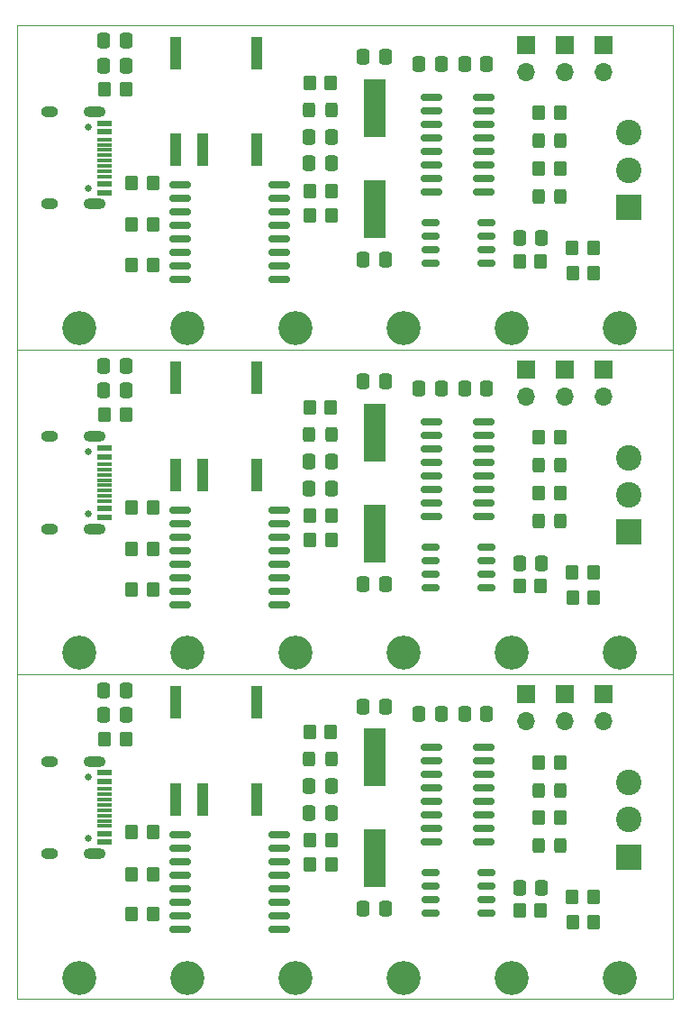
<source format=gbr>
%TF.GenerationSoftware,KiCad,Pcbnew,6.0.11-2627ca5db0~126~ubuntu20.04.1*%
%TF.CreationDate,2024-02-25T19:14:14-05:00*%
%TF.ProjectId,,58585858-5858-4585-9858-585858585858,rev?*%
%TF.SameCoordinates,Original*%
%TF.FileFunction,Soldermask,Top*%
%TF.FilePolarity,Negative*%
%FSLAX46Y46*%
G04 Gerber Fmt 4.6, Leading zero omitted, Abs format (unit mm)*
G04 Created by KiCad (PCBNEW 6.0.11-2627ca5db0~126~ubuntu20.04.1) date 2024-02-25 19:14:14*
%MOMM*%
%LPD*%
G01*
G04 APERTURE LIST*
G04 Aperture macros list*
%AMRoundRect*
0 Rectangle with rounded corners*
0 $1 Rounding radius*
0 $2 $3 $4 $5 $6 $7 $8 $9 X,Y pos of 4 corners*
0 Add a 4 corners polygon primitive as box body*
4,1,4,$2,$3,$4,$5,$6,$7,$8,$9,$2,$3,0*
0 Add four circle primitives for the rounded corners*
1,1,$1+$1,$2,$3*
1,1,$1+$1,$4,$5*
1,1,$1+$1,$6,$7*
1,1,$1+$1,$8,$9*
0 Add four rect primitives between the rounded corners*
20,1,$1+$1,$2,$3,$4,$5,0*
20,1,$1+$1,$4,$5,$6,$7,0*
20,1,$1+$1,$6,$7,$8,$9,0*
20,1,$1+$1,$8,$9,$2,$3,0*%
G04 Aperture macros list end*
%TA.AperFunction,Profile*%
%ADD10C,0.100000*%
%TD*%
%ADD11R,1.700000X1.700000*%
%ADD12O,1.700000X1.700000*%
%ADD13RoundRect,0.150000X-0.675000X-0.150000X0.675000X-0.150000X0.675000X0.150000X-0.675000X0.150000X0*%
%ADD14RoundRect,0.250000X0.325000X0.450000X-0.325000X0.450000X-0.325000X-0.450000X0.325000X-0.450000X0*%
%ADD15C,3.200000*%
%ADD16RoundRect,0.250000X-0.337500X-0.475000X0.337500X-0.475000X0.337500X0.475000X-0.337500X0.475000X0*%
%ADD17RoundRect,0.250000X0.350000X0.450000X-0.350000X0.450000X-0.350000X-0.450000X0.350000X-0.450000X0*%
%ADD18RoundRect,0.250000X-0.350000X-0.450000X0.350000X-0.450000X0.350000X0.450000X-0.350000X0.450000X0*%
%ADD19R,1.000000X3.100000*%
%ADD20RoundRect,0.250000X0.337500X0.475000X-0.337500X0.475000X-0.337500X-0.475000X0.337500X-0.475000X0*%
%ADD21C,0.650000*%
%ADD22R,1.450000X0.600000*%
%ADD23R,1.450000X0.300000*%
%ADD24O,1.600000X1.000000*%
%ADD25O,2.100000X1.000000*%
%ADD26R,2.000000X5.500000*%
%ADD27R,2.400000X2.400000*%
%ADD28C,2.400000*%
%ADD29RoundRect,0.150000X-0.875000X-0.150000X0.875000X-0.150000X0.875000X0.150000X-0.875000X0.150000X0*%
%ADD30RoundRect,0.150000X-0.825000X-0.150000X0.825000X-0.150000X0.825000X0.150000X-0.825000X0.150000X0*%
G04 APERTURE END LIST*
D10*
X65735200Y-102656000D02*
X127415200Y-102656000D01*
X127415200Y-133156000D02*
X127415200Y-102656000D01*
X65735200Y-102656000D02*
X65735200Y-133156000D01*
X65735200Y-133156000D02*
X127415200Y-133156000D01*
X65735200Y-72156000D02*
X127415200Y-72156000D01*
X127415200Y-102656000D02*
X127415200Y-72156000D01*
X65735200Y-72156000D02*
X65735200Y-102656000D01*
X65735200Y-102656000D02*
X127415200Y-102656000D01*
X65735200Y-72156000D02*
X127415200Y-72156000D01*
X65735200Y-41656000D02*
X65735200Y-72156000D01*
X127415200Y-72156000D02*
X127415200Y-41656000D01*
X65735200Y-41656000D02*
X127415200Y-41656000D01*
D11*
%TO.C,JP3*%
X120878400Y-104510000D03*
D12*
X120878400Y-107050000D03*
%TD*%
D13*
%TO.C,U2*%
X104588200Y-121248600D03*
X104588200Y-122518600D03*
X104588200Y-123788600D03*
X104588200Y-125058600D03*
X109838200Y-125058600D03*
X109838200Y-123788600D03*
X109838200Y-122518600D03*
X109838200Y-121248600D03*
%TD*%
D14*
%TO.C,D3*%
X116823400Y-118734000D03*
X114773400Y-118734000D03*
%TD*%
D15*
%TO.C,REF\u002A\u002A5*%
X91935200Y-131156000D03*
%TD*%
D16*
%TO.C,C9*%
X112953600Y-122696400D03*
X115028600Y-122696400D03*
%TD*%
D17*
%TO.C,R8*%
X116798400Y-110910800D03*
X114798400Y-110910800D03*
%TD*%
D16*
%TO.C,C6*%
X103534100Y-106338800D03*
X105609100Y-106338800D03*
%TD*%
D18*
%TO.C,R9*%
X114798400Y-116134000D03*
X116798400Y-116134000D03*
%TD*%
%TO.C,R11*%
X112969600Y-124830000D03*
X114969600Y-124830000D03*
%TD*%
D19*
%TO.C,PS1*%
X80675200Y-114406000D03*
X83215200Y-114406000D03*
X88295200Y-114406000D03*
X88295200Y-105306000D03*
X80675200Y-105306000D03*
%TD*%
D20*
%TO.C,C7*%
X100376700Y-105663000D03*
X98301700Y-105663000D03*
%TD*%
D17*
%TO.C,R4*%
X78535200Y-125201000D03*
X76535200Y-125201000D03*
%TD*%
D20*
%TO.C,C8*%
X100376700Y-124693000D03*
X98301700Y-124693000D03*
%TD*%
D16*
%TO.C,C3*%
X93221700Y-115666000D03*
X95296700Y-115666000D03*
%TD*%
D15*
%TO.C,REF\u002A\u002A4*%
X102095200Y-131156000D03*
%TD*%
D11*
%TO.C,JP2*%
X117220800Y-104510000D03*
D12*
X117220800Y-107050000D03*
%TD*%
D15*
%TO.C,REF\u002A\u002A6*%
X81775200Y-131156000D03*
%TD*%
%TO.C,REF\u002A\u002A7*%
X71615200Y-131156000D03*
%TD*%
D11*
%TO.C,JP1*%
X113563200Y-104510000D03*
D12*
X113563200Y-107050000D03*
%TD*%
D21*
%TO.C,J1*%
X72475200Y-112266000D03*
X72475200Y-118046000D03*
D22*
X73920200Y-111906000D03*
X73920200Y-112706000D03*
D23*
X73920200Y-113906000D03*
X73920200Y-114906000D03*
X73920200Y-115406000D03*
X73920200Y-116406000D03*
D22*
X73920200Y-117606000D03*
X73920200Y-118406000D03*
X73920200Y-118406000D03*
X73920200Y-117606000D03*
D23*
X73920200Y-116906000D03*
X73920200Y-115906000D03*
X73920200Y-114406000D03*
X73920200Y-113406000D03*
D22*
X73920200Y-112706000D03*
X73920200Y-111906000D03*
D24*
X68825200Y-110836000D03*
D25*
X73005200Y-110836000D03*
X73005200Y-119476000D03*
D24*
X68825200Y-119476000D03*
%TD*%
D15*
%TO.C,REF\u002A\u002A3*%
X112255200Y-131156000D03*
%TD*%
D18*
%TO.C,R12*%
X117948000Y-125947600D03*
X119948000Y-125947600D03*
%TD*%
D17*
%TO.C,R2*%
X75955200Y-108728000D03*
X73955200Y-108728000D03*
%TD*%
D26*
%TO.C,Y1*%
X99339200Y-110456000D03*
X99339200Y-119956000D03*
%TD*%
D16*
%TO.C,C4*%
X93221700Y-113146000D03*
X95296700Y-113146000D03*
%TD*%
D17*
%TO.C,R3*%
X78495200Y-121411000D03*
X76495200Y-121411000D03*
%TD*%
D18*
%TO.C,R1*%
X76495200Y-117464000D03*
X78495200Y-117464000D03*
%TD*%
D14*
%TO.C,D2*%
X116823400Y-113534000D03*
X114773400Y-113534000D03*
%TD*%
D20*
%TO.C,C1*%
X75992700Y-106456000D03*
X73917700Y-106456000D03*
%TD*%
%TO.C,C2*%
X75992700Y-104156000D03*
X73917700Y-104156000D03*
%TD*%
D27*
%TO.C,J2*%
X123267600Y-119795600D03*
D28*
X123267600Y-116295600D03*
X123267600Y-112795600D03*
%TD*%
D18*
%TO.C,R10*%
X117897200Y-123560000D03*
X119897200Y-123560000D03*
%TD*%
D17*
%TO.C,R6*%
X95259200Y-118226000D03*
X93259200Y-118226000D03*
%TD*%
%TO.C,R7*%
X95243200Y-108066000D03*
X93243200Y-108066000D03*
%TD*%
D29*
%TO.C,U1*%
X81085200Y-117711000D03*
X81085200Y-118981000D03*
X81085200Y-120251000D03*
X81085200Y-121521000D03*
X81085200Y-122791000D03*
X81085200Y-124061000D03*
X81085200Y-125331000D03*
X81085200Y-126601000D03*
X90385200Y-126601000D03*
X90385200Y-125331000D03*
X90385200Y-124061000D03*
X90385200Y-122791000D03*
X90385200Y-121521000D03*
X90385200Y-120251000D03*
X90385200Y-118981000D03*
X90385200Y-117711000D03*
%TD*%
D30*
%TO.C,U3*%
X104687400Y-109463000D03*
X104687400Y-110733000D03*
X104687400Y-112003000D03*
X104687400Y-113273000D03*
X104687400Y-114543000D03*
X104687400Y-115813000D03*
X104687400Y-117083000D03*
X104687400Y-118353000D03*
X109637400Y-118353000D03*
X109637400Y-117083000D03*
X109637400Y-115813000D03*
X109637400Y-114543000D03*
X109637400Y-113273000D03*
X109637400Y-112003000D03*
X109637400Y-110733000D03*
X109637400Y-109463000D03*
%TD*%
D15*
%TO.C,REF\u002A\u002A2*%
X122415200Y-131156000D03*
%TD*%
D17*
%TO.C,R5*%
X95259200Y-120512000D03*
X93259200Y-120512000D03*
%TD*%
D14*
%TO.C,D1*%
X95268200Y-110606000D03*
X93218200Y-110606000D03*
%TD*%
D20*
%TO.C,C5*%
X109876300Y-106338800D03*
X107801300Y-106338800D03*
%TD*%
D11*
%TO.C,JP3*%
X120878400Y-74010000D03*
D12*
X120878400Y-76550000D03*
%TD*%
D13*
%TO.C,U2*%
X104588200Y-90748600D03*
X104588200Y-92018600D03*
X104588200Y-93288600D03*
X104588200Y-94558600D03*
X109838200Y-94558600D03*
X109838200Y-93288600D03*
X109838200Y-92018600D03*
X109838200Y-90748600D03*
%TD*%
D14*
%TO.C,D3*%
X116823400Y-88234000D03*
X114773400Y-88234000D03*
%TD*%
D15*
%TO.C,REF\u002A\u002A5*%
X91935200Y-100656000D03*
%TD*%
D16*
%TO.C,C9*%
X112953600Y-92196400D03*
X115028600Y-92196400D03*
%TD*%
D17*
%TO.C,R8*%
X116798400Y-80410800D03*
X114798400Y-80410800D03*
%TD*%
D16*
%TO.C,C6*%
X103534100Y-75838800D03*
X105609100Y-75838800D03*
%TD*%
D18*
%TO.C,R9*%
X114798400Y-85634000D03*
X116798400Y-85634000D03*
%TD*%
%TO.C,R11*%
X112969600Y-94330000D03*
X114969600Y-94330000D03*
%TD*%
D19*
%TO.C,PS1*%
X80675200Y-83906000D03*
X83215200Y-83906000D03*
X88295200Y-83906000D03*
X88295200Y-74806000D03*
X80675200Y-74806000D03*
%TD*%
D20*
%TO.C,C7*%
X100376700Y-75163000D03*
X98301700Y-75163000D03*
%TD*%
D17*
%TO.C,R4*%
X78535200Y-94701000D03*
X76535200Y-94701000D03*
%TD*%
D20*
%TO.C,C8*%
X100376700Y-94193000D03*
X98301700Y-94193000D03*
%TD*%
D16*
%TO.C,C3*%
X93221700Y-85166000D03*
X95296700Y-85166000D03*
%TD*%
D15*
%TO.C,REF\u002A\u002A4*%
X102095200Y-100656000D03*
%TD*%
D11*
%TO.C,JP2*%
X117220800Y-74010000D03*
D12*
X117220800Y-76550000D03*
%TD*%
D15*
%TO.C,REF\u002A\u002A6*%
X81775200Y-100656000D03*
%TD*%
%TO.C,REF\u002A\u002A7*%
X71615200Y-100656000D03*
%TD*%
D11*
%TO.C,JP1*%
X113563200Y-74010000D03*
D12*
X113563200Y-76550000D03*
%TD*%
D21*
%TO.C,J1*%
X72475200Y-81766000D03*
X72475200Y-87546000D03*
D22*
X73920200Y-81406000D03*
X73920200Y-82206000D03*
D23*
X73920200Y-83406000D03*
X73920200Y-84406000D03*
X73920200Y-84906000D03*
X73920200Y-85906000D03*
D22*
X73920200Y-87106000D03*
X73920200Y-87906000D03*
X73920200Y-87906000D03*
X73920200Y-87106000D03*
D23*
X73920200Y-86406000D03*
X73920200Y-85406000D03*
X73920200Y-83906000D03*
X73920200Y-82906000D03*
D22*
X73920200Y-82206000D03*
X73920200Y-81406000D03*
D24*
X68825200Y-80336000D03*
D25*
X73005200Y-80336000D03*
X73005200Y-88976000D03*
D24*
X68825200Y-88976000D03*
%TD*%
D15*
%TO.C,REF\u002A\u002A3*%
X112255200Y-100656000D03*
%TD*%
D18*
%TO.C,R12*%
X117948000Y-95447600D03*
X119948000Y-95447600D03*
%TD*%
D17*
%TO.C,R2*%
X75955200Y-78228000D03*
X73955200Y-78228000D03*
%TD*%
D26*
%TO.C,Y1*%
X99339200Y-79956000D03*
X99339200Y-89456000D03*
%TD*%
D16*
%TO.C,C4*%
X93221700Y-82646000D03*
X95296700Y-82646000D03*
%TD*%
D17*
%TO.C,R3*%
X78495200Y-90911000D03*
X76495200Y-90911000D03*
%TD*%
D18*
%TO.C,R1*%
X76495200Y-86964000D03*
X78495200Y-86964000D03*
%TD*%
D14*
%TO.C,D2*%
X116823400Y-83034000D03*
X114773400Y-83034000D03*
%TD*%
D20*
%TO.C,C1*%
X75992700Y-75956000D03*
X73917700Y-75956000D03*
%TD*%
%TO.C,C2*%
X75992700Y-73656000D03*
X73917700Y-73656000D03*
%TD*%
D27*
%TO.C,J2*%
X123267600Y-89295600D03*
D28*
X123267600Y-85795600D03*
X123267600Y-82295600D03*
%TD*%
D18*
%TO.C,R10*%
X117897200Y-93060000D03*
X119897200Y-93060000D03*
%TD*%
D17*
%TO.C,R6*%
X95259200Y-87726000D03*
X93259200Y-87726000D03*
%TD*%
%TO.C,R7*%
X95243200Y-77566000D03*
X93243200Y-77566000D03*
%TD*%
D29*
%TO.C,U1*%
X81085200Y-87211000D03*
X81085200Y-88481000D03*
X81085200Y-89751000D03*
X81085200Y-91021000D03*
X81085200Y-92291000D03*
X81085200Y-93561000D03*
X81085200Y-94831000D03*
X81085200Y-96101000D03*
X90385200Y-96101000D03*
X90385200Y-94831000D03*
X90385200Y-93561000D03*
X90385200Y-92291000D03*
X90385200Y-91021000D03*
X90385200Y-89751000D03*
X90385200Y-88481000D03*
X90385200Y-87211000D03*
%TD*%
D30*
%TO.C,U3*%
X104687400Y-78963000D03*
X104687400Y-80233000D03*
X104687400Y-81503000D03*
X104687400Y-82773000D03*
X104687400Y-84043000D03*
X104687400Y-85313000D03*
X104687400Y-86583000D03*
X104687400Y-87853000D03*
X109637400Y-87853000D03*
X109637400Y-86583000D03*
X109637400Y-85313000D03*
X109637400Y-84043000D03*
X109637400Y-82773000D03*
X109637400Y-81503000D03*
X109637400Y-80233000D03*
X109637400Y-78963000D03*
%TD*%
D15*
%TO.C,REF\u002A\u002A2*%
X122415200Y-100656000D03*
%TD*%
D17*
%TO.C,R5*%
X95259200Y-90012000D03*
X93259200Y-90012000D03*
%TD*%
D14*
%TO.C,D1*%
X95268200Y-80106000D03*
X93218200Y-80106000D03*
%TD*%
D20*
%TO.C,C5*%
X109876300Y-75838800D03*
X107801300Y-75838800D03*
%TD*%
D17*
%TO.C,R6*%
X95259200Y-57226000D03*
X93259200Y-57226000D03*
%TD*%
%TO.C,R7*%
X95243200Y-47066000D03*
X93243200Y-47066000D03*
%TD*%
%TO.C,R5*%
X95259200Y-59512000D03*
X93259200Y-59512000D03*
%TD*%
D16*
%TO.C,C4*%
X93221700Y-52146000D03*
X95296700Y-52146000D03*
%TD*%
D14*
%TO.C,D2*%
X116823400Y-52534000D03*
X114773400Y-52534000D03*
%TD*%
D26*
%TO.C,Y1*%
X99339200Y-49456000D03*
X99339200Y-58956000D03*
%TD*%
D17*
%TO.C,R3*%
X78495200Y-60411000D03*
X76495200Y-60411000D03*
%TD*%
D15*
%TO.C,REF\u002A\u002A2*%
X122415200Y-70156000D03*
%TD*%
D27*
%TO.C,J2*%
X123267600Y-58795600D03*
D28*
X123267600Y-55295600D03*
X123267600Y-51795600D03*
%TD*%
D18*
%TO.C,R1*%
X76495200Y-56464000D03*
X78495200Y-56464000D03*
%TD*%
D29*
%TO.C,U1*%
X81085200Y-56711000D03*
X81085200Y-57981000D03*
X81085200Y-59251000D03*
X81085200Y-60521000D03*
X81085200Y-61791000D03*
X81085200Y-63061000D03*
X81085200Y-64331000D03*
X81085200Y-65601000D03*
X90385200Y-65601000D03*
X90385200Y-64331000D03*
X90385200Y-63061000D03*
X90385200Y-61791000D03*
X90385200Y-60521000D03*
X90385200Y-59251000D03*
X90385200Y-57981000D03*
X90385200Y-56711000D03*
%TD*%
D15*
%TO.C,REF\u002A\u002A3*%
X112255200Y-70156000D03*
%TD*%
D20*
%TO.C,C1*%
X75992700Y-45456000D03*
X73917700Y-45456000D03*
%TD*%
D21*
%TO.C,J1*%
X72475200Y-51266000D03*
X72475200Y-57046000D03*
D22*
X73920200Y-50906000D03*
X73920200Y-51706000D03*
D23*
X73920200Y-52906000D03*
X73920200Y-53906000D03*
X73920200Y-54406000D03*
X73920200Y-55406000D03*
D22*
X73920200Y-56606000D03*
X73920200Y-57406000D03*
X73920200Y-57406000D03*
X73920200Y-56606000D03*
D23*
X73920200Y-55906000D03*
X73920200Y-54906000D03*
X73920200Y-53406000D03*
X73920200Y-52406000D03*
D22*
X73920200Y-51706000D03*
X73920200Y-50906000D03*
D24*
X68825200Y-49836000D03*
D25*
X73005200Y-49836000D03*
X73005200Y-58476000D03*
D24*
X68825200Y-58476000D03*
%TD*%
D20*
%TO.C,C2*%
X75992700Y-43156000D03*
X73917700Y-43156000D03*
%TD*%
D14*
%TO.C,D1*%
X95268200Y-49606000D03*
X93218200Y-49606000D03*
%TD*%
D18*
%TO.C,R10*%
X117897200Y-62560000D03*
X119897200Y-62560000D03*
%TD*%
D20*
%TO.C,C5*%
X109876300Y-45338800D03*
X107801300Y-45338800D03*
%TD*%
D30*
%TO.C,U3*%
X104687400Y-48463000D03*
X104687400Y-49733000D03*
X104687400Y-51003000D03*
X104687400Y-52273000D03*
X104687400Y-53543000D03*
X104687400Y-54813000D03*
X104687400Y-56083000D03*
X104687400Y-57353000D03*
X109637400Y-57353000D03*
X109637400Y-56083000D03*
X109637400Y-54813000D03*
X109637400Y-53543000D03*
X109637400Y-52273000D03*
X109637400Y-51003000D03*
X109637400Y-49733000D03*
X109637400Y-48463000D03*
%TD*%
D17*
%TO.C,R2*%
X75955200Y-47728000D03*
X73955200Y-47728000D03*
%TD*%
D18*
%TO.C,R12*%
X117948000Y-64947600D03*
X119948000Y-64947600D03*
%TD*%
D11*
%TO.C,JP1*%
X113563200Y-43510000D03*
D12*
X113563200Y-46050000D03*
%TD*%
D15*
%TO.C,REF\u002A\u002A7*%
X71615200Y-70156000D03*
%TD*%
%TO.C,REF\u002A\u002A6*%
X81775200Y-70156000D03*
%TD*%
D11*
%TO.C,JP2*%
X117220800Y-43510000D03*
D12*
X117220800Y-46050000D03*
%TD*%
D15*
%TO.C,REF\u002A\u002A4*%
X102095200Y-70156000D03*
%TD*%
D16*
%TO.C,C3*%
X93221700Y-54666000D03*
X95296700Y-54666000D03*
%TD*%
D20*
%TO.C,C8*%
X100376700Y-63693000D03*
X98301700Y-63693000D03*
%TD*%
D17*
%TO.C,R4*%
X78535200Y-64201000D03*
X76535200Y-64201000D03*
%TD*%
D20*
%TO.C,C7*%
X100376700Y-44663000D03*
X98301700Y-44663000D03*
%TD*%
D19*
%TO.C,PS1*%
X80675200Y-53406000D03*
X83215200Y-53406000D03*
X88295200Y-53406000D03*
X88295200Y-44306000D03*
X80675200Y-44306000D03*
%TD*%
D18*
%TO.C,R11*%
X112969600Y-63830000D03*
X114969600Y-63830000D03*
%TD*%
%TO.C,R9*%
X114798400Y-55134000D03*
X116798400Y-55134000D03*
%TD*%
D16*
%TO.C,C6*%
X103534100Y-45338800D03*
X105609100Y-45338800D03*
%TD*%
D17*
%TO.C,R8*%
X116798400Y-49910800D03*
X114798400Y-49910800D03*
%TD*%
D16*
%TO.C,C9*%
X112953600Y-61696400D03*
X115028600Y-61696400D03*
%TD*%
D15*
%TO.C,REF\u002A\u002A5*%
X91935200Y-70156000D03*
%TD*%
D14*
%TO.C,D3*%
X116823400Y-57734000D03*
X114773400Y-57734000D03*
%TD*%
D13*
%TO.C,U2*%
X104588200Y-60248600D03*
X104588200Y-61518600D03*
X104588200Y-62788600D03*
X104588200Y-64058600D03*
X109838200Y-64058600D03*
X109838200Y-62788600D03*
X109838200Y-61518600D03*
X109838200Y-60248600D03*
%TD*%
D11*
%TO.C,JP3*%
X120878400Y-43510000D03*
D12*
X120878400Y-46050000D03*
%TD*%
M02*

</source>
